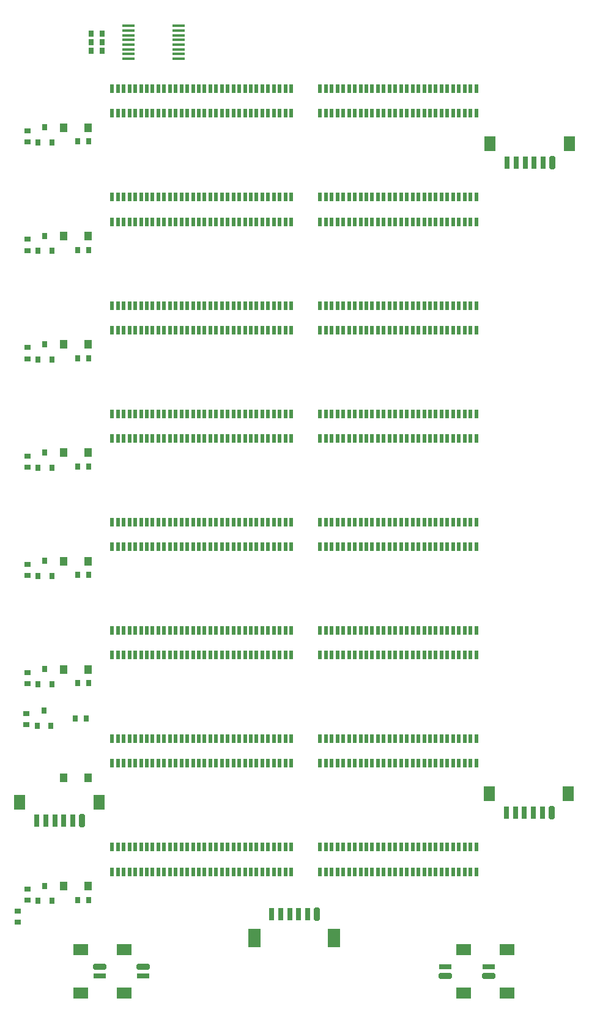
<source format=gtp>
G04*
G04 #@! TF.GenerationSoftware,Altium Limited,Altium Designer,19.1.6 (110)*
G04*
G04 Layer_Color=8421504*
%FSLAX25Y25*%
%MOIN*%
G70*
G01*
G75*
%ADD17R,0.01968X0.04724*%
%ADD18R,0.03200X0.02978*%
%ADD19R,0.02978X0.03200*%
%ADD20R,0.06500X0.01700*%
%ADD21R,0.07874X0.06299*%
G04:AMPARAMS|DCode=22|XSize=31.5mil|YSize=70.87mil|CornerRadius=7.87mil|HoleSize=0mil|Usage=FLASHONLY|Rotation=90.000|XOffset=0mil|YOffset=0mil|HoleType=Round|Shape=RoundedRectangle|*
%AMROUNDEDRECTD22*
21,1,0.03150,0.05512,0,0,90.0*
21,1,0.01575,0.07087,0,0,90.0*
1,1,0.01575,0.02756,0.00787*
1,1,0.01575,0.02756,-0.00787*
1,1,0.01575,-0.02756,-0.00787*
1,1,0.01575,-0.02756,0.00787*
%
%ADD22ROUNDEDRECTD22*%
%ADD23R,0.07087X0.03150*%
G04:AMPARAMS|DCode=24|XSize=31.5mil|YSize=70.87mil|CornerRadius=7.87mil|HoleSize=0mil|Usage=FLASHONLY|Rotation=180.000|XOffset=0mil|YOffset=0mil|HoleType=Round|Shape=RoundedRectangle|*
%AMROUNDEDRECTD24*
21,1,0.03150,0.05512,0,0,180.0*
21,1,0.01575,0.07087,0,0,180.0*
1,1,0.01575,-0.00787,0.02756*
1,1,0.01575,0.00787,0.02756*
1,1,0.01575,0.00787,-0.02756*
1,1,0.01575,-0.00787,-0.02756*
%
%ADD24ROUNDEDRECTD24*%
%ADD25R,0.03150X0.07087*%
%ADD26R,0.06299X0.07874*%
%ADD27R,0.07087X0.10236*%
%ADD28R,0.03937X0.04724*%
%ADD29R,0.03150X0.03543*%
D17*
X254725Y85433D02*
D03*
Y72047D02*
D03*
X251575Y85433D02*
D03*
Y72047D02*
D03*
X248426Y85433D02*
D03*
Y72047D02*
D03*
X245276Y85433D02*
D03*
Y72047D02*
D03*
X242126Y85433D02*
D03*
Y72047D02*
D03*
X238977Y85433D02*
D03*
Y72047D02*
D03*
X235827Y85433D02*
D03*
Y72047D02*
D03*
X232678Y85433D02*
D03*
Y72047D02*
D03*
X229528Y85433D02*
D03*
Y72047D02*
D03*
X226378Y85433D02*
D03*
Y72047D02*
D03*
X223229Y85433D02*
D03*
Y72047D02*
D03*
X220079Y85433D02*
D03*
Y72047D02*
D03*
X216930Y85433D02*
D03*
Y72047D02*
D03*
X213780Y85433D02*
D03*
Y72047D02*
D03*
X210630Y85433D02*
D03*
Y72047D02*
D03*
X207481Y85433D02*
D03*
Y72047D02*
D03*
X204331Y85433D02*
D03*
Y72047D02*
D03*
X201182Y85433D02*
D03*
Y72047D02*
D03*
X198032Y85433D02*
D03*
Y72047D02*
D03*
X194882Y85433D02*
D03*
Y72047D02*
D03*
X191733Y85433D02*
D03*
Y72047D02*
D03*
X188583Y85433D02*
D03*
Y72047D02*
D03*
X185433Y85433D02*
D03*
Y72047D02*
D03*
X182284Y85433D02*
D03*
Y72047D02*
D03*
X179134Y85433D02*
D03*
Y72047D02*
D03*
X175985Y85433D02*
D03*
Y72047D02*
D03*
X172835Y85433D02*
D03*
Y72047D02*
D03*
X169685Y85433D02*
D03*
Y72047D02*
D03*
X153937Y85433D02*
D03*
Y72047D02*
D03*
X150788Y85433D02*
D03*
Y72047D02*
D03*
X147638Y85433D02*
D03*
Y72047D02*
D03*
X144489Y85433D02*
D03*
Y72047D02*
D03*
X141339Y85433D02*
D03*
Y72047D02*
D03*
X138189Y85433D02*
D03*
Y72047D02*
D03*
X135040Y85433D02*
D03*
Y72047D02*
D03*
X131890Y85433D02*
D03*
Y72047D02*
D03*
X128741Y85433D02*
D03*
Y72047D02*
D03*
X125591Y85433D02*
D03*
Y72047D02*
D03*
X122441Y85433D02*
D03*
Y72047D02*
D03*
X119292Y85433D02*
D03*
Y72047D02*
D03*
X116142Y85433D02*
D03*
Y72047D02*
D03*
X112993Y85433D02*
D03*
Y72047D02*
D03*
X109843Y85433D02*
D03*
Y72047D02*
D03*
X106693Y85433D02*
D03*
Y72047D02*
D03*
X103544Y85433D02*
D03*
Y72047D02*
D03*
X100394Y85433D02*
D03*
Y72047D02*
D03*
X97245Y85433D02*
D03*
Y72047D02*
D03*
X94095Y85433D02*
D03*
Y72047D02*
D03*
X90945Y85433D02*
D03*
Y72047D02*
D03*
X87796Y85433D02*
D03*
Y72047D02*
D03*
X84646Y85433D02*
D03*
Y72047D02*
D03*
X81497Y85433D02*
D03*
Y72047D02*
D03*
X78347Y85433D02*
D03*
Y72047D02*
D03*
X75197Y85433D02*
D03*
Y72047D02*
D03*
X72048Y85433D02*
D03*
Y72047D02*
D03*
X68898Y85433D02*
D03*
Y72047D02*
D03*
X65748Y85433D02*
D03*
Y72047D02*
D03*
X62599Y85433D02*
D03*
Y72047D02*
D03*
X59449Y85433D02*
D03*
Y72047D02*
D03*
X56300Y85433D02*
D03*
Y72047D02*
D03*
X56300Y249213D02*
D03*
Y262598D02*
D03*
X59450Y249213D02*
D03*
Y262598D02*
D03*
X62599Y249213D02*
D03*
Y262598D02*
D03*
X65749Y249213D02*
D03*
Y262598D02*
D03*
X68898Y249213D02*
D03*
Y262598D02*
D03*
X72048Y249213D02*
D03*
Y262598D02*
D03*
X75198Y249213D02*
D03*
Y262598D02*
D03*
X78347Y249213D02*
D03*
Y262598D02*
D03*
X81497Y249213D02*
D03*
Y262598D02*
D03*
X84646Y249213D02*
D03*
Y262598D02*
D03*
X87796Y249213D02*
D03*
Y262598D02*
D03*
X90946Y249213D02*
D03*
Y262598D02*
D03*
X94095Y249213D02*
D03*
Y262598D02*
D03*
X97245Y249213D02*
D03*
Y262598D02*
D03*
X100394Y249213D02*
D03*
Y262598D02*
D03*
X103544Y249213D02*
D03*
Y262598D02*
D03*
X106694Y249213D02*
D03*
Y262598D02*
D03*
X109843Y249213D02*
D03*
Y262598D02*
D03*
X112993Y249213D02*
D03*
Y262598D02*
D03*
X116142Y249213D02*
D03*
Y262598D02*
D03*
X119292Y249213D02*
D03*
Y262598D02*
D03*
X122442Y249213D02*
D03*
Y262598D02*
D03*
X125591Y249213D02*
D03*
Y262598D02*
D03*
X128741Y249213D02*
D03*
Y262598D02*
D03*
X131890Y249213D02*
D03*
Y262598D02*
D03*
X135040Y249213D02*
D03*
Y262598D02*
D03*
X138190Y249213D02*
D03*
Y262598D02*
D03*
X141339Y249213D02*
D03*
Y262598D02*
D03*
X144489Y249213D02*
D03*
Y262598D02*
D03*
X147639Y249213D02*
D03*
Y262598D02*
D03*
X150788Y249213D02*
D03*
Y262598D02*
D03*
X153938Y249213D02*
D03*
Y262598D02*
D03*
X169686Y249213D02*
D03*
Y262598D02*
D03*
X172835Y249213D02*
D03*
Y262598D02*
D03*
X175985Y249213D02*
D03*
Y262598D02*
D03*
X179135Y249213D02*
D03*
Y262598D02*
D03*
X182284Y249213D02*
D03*
Y262598D02*
D03*
X185434Y249213D02*
D03*
Y262598D02*
D03*
X188583Y249213D02*
D03*
Y262598D02*
D03*
X191733Y249213D02*
D03*
Y262598D02*
D03*
X194883Y249213D02*
D03*
Y262598D02*
D03*
X198032Y249213D02*
D03*
Y262598D02*
D03*
X201182Y249213D02*
D03*
Y262598D02*
D03*
X204331Y249213D02*
D03*
Y262598D02*
D03*
X207481Y249213D02*
D03*
Y262598D02*
D03*
X210631Y249213D02*
D03*
Y262598D02*
D03*
X213780Y249213D02*
D03*
Y262598D02*
D03*
X216930Y249213D02*
D03*
Y262598D02*
D03*
X220079Y249213D02*
D03*
Y262598D02*
D03*
X223229Y249213D02*
D03*
Y262598D02*
D03*
X226379Y249213D02*
D03*
Y262598D02*
D03*
X229528Y249213D02*
D03*
Y262598D02*
D03*
X232678Y249213D02*
D03*
Y262598D02*
D03*
X235828Y249213D02*
D03*
Y262598D02*
D03*
X238977Y249213D02*
D03*
Y262598D02*
D03*
X242127Y249213D02*
D03*
Y262598D02*
D03*
X245276Y249213D02*
D03*
Y262598D02*
D03*
X248426Y249213D02*
D03*
Y262598D02*
D03*
X251576Y249213D02*
D03*
Y262598D02*
D03*
X254725Y249213D02*
D03*
Y262598D02*
D03*
X254725Y321654D02*
D03*
Y308268D02*
D03*
X251575Y321654D02*
D03*
Y308268D02*
D03*
X248426Y321654D02*
D03*
Y308268D02*
D03*
X245276Y321654D02*
D03*
Y308268D02*
D03*
X242126Y321654D02*
D03*
Y308268D02*
D03*
X238977Y321654D02*
D03*
Y308268D02*
D03*
X235827Y321654D02*
D03*
Y308268D02*
D03*
X232678Y321654D02*
D03*
Y308268D02*
D03*
X229528Y321654D02*
D03*
Y308268D02*
D03*
X226378Y321654D02*
D03*
Y308268D02*
D03*
X223229Y321654D02*
D03*
Y308268D02*
D03*
X220079Y321654D02*
D03*
Y308268D02*
D03*
X216930Y321654D02*
D03*
Y308268D02*
D03*
X213780Y321654D02*
D03*
Y308268D02*
D03*
X210630Y321654D02*
D03*
Y308268D02*
D03*
X207481Y321654D02*
D03*
Y308268D02*
D03*
X204331Y321654D02*
D03*
Y308268D02*
D03*
X201182Y321654D02*
D03*
Y308268D02*
D03*
X198032Y321654D02*
D03*
Y308268D02*
D03*
X194882Y321654D02*
D03*
Y308268D02*
D03*
X191733Y321654D02*
D03*
Y308268D02*
D03*
X188583Y321654D02*
D03*
Y308268D02*
D03*
X185433Y321654D02*
D03*
Y308268D02*
D03*
X182284Y321654D02*
D03*
Y308268D02*
D03*
X179134Y321654D02*
D03*
Y308268D02*
D03*
X175985Y321654D02*
D03*
Y308268D02*
D03*
X172835Y321654D02*
D03*
Y308268D02*
D03*
X169685Y321654D02*
D03*
Y308268D02*
D03*
X153937Y321654D02*
D03*
Y308268D02*
D03*
X150788Y321654D02*
D03*
Y308268D02*
D03*
X147638Y321654D02*
D03*
Y308268D02*
D03*
X144489Y321654D02*
D03*
Y308268D02*
D03*
X141339Y321654D02*
D03*
Y308268D02*
D03*
X138189Y321654D02*
D03*
Y308268D02*
D03*
X135040Y321654D02*
D03*
Y308268D02*
D03*
X131890Y321654D02*
D03*
Y308268D02*
D03*
X128741Y321654D02*
D03*
Y308268D02*
D03*
X125591Y321654D02*
D03*
Y308268D02*
D03*
X122441Y321654D02*
D03*
Y308268D02*
D03*
X119292Y321654D02*
D03*
Y308268D02*
D03*
X116142Y321654D02*
D03*
Y308268D02*
D03*
X112993Y321654D02*
D03*
Y308268D02*
D03*
X109843Y321654D02*
D03*
Y308268D02*
D03*
X106693Y321654D02*
D03*
Y308268D02*
D03*
X103544Y321654D02*
D03*
Y308268D02*
D03*
X100394Y321654D02*
D03*
Y308268D02*
D03*
X97245Y321654D02*
D03*
Y308268D02*
D03*
X94095Y321654D02*
D03*
Y308268D02*
D03*
X90945Y321654D02*
D03*
Y308268D02*
D03*
X87796Y321654D02*
D03*
Y308268D02*
D03*
X84646Y321654D02*
D03*
Y308268D02*
D03*
X81497Y321654D02*
D03*
Y308268D02*
D03*
X78347Y321654D02*
D03*
Y308268D02*
D03*
X75197Y321654D02*
D03*
Y308268D02*
D03*
X72048Y321654D02*
D03*
Y308268D02*
D03*
X68898Y321654D02*
D03*
Y308268D02*
D03*
X65748Y321654D02*
D03*
Y308268D02*
D03*
X62599Y321654D02*
D03*
Y308268D02*
D03*
X59449Y321654D02*
D03*
Y308268D02*
D03*
X56300Y321654D02*
D03*
Y308268D02*
D03*
X56299Y367320D02*
D03*
Y380706D02*
D03*
X59448Y367320D02*
D03*
Y380706D02*
D03*
X62598Y367320D02*
D03*
Y380706D02*
D03*
X65748Y367320D02*
D03*
Y380706D02*
D03*
X68897Y367320D02*
D03*
Y380706D02*
D03*
X72047Y367320D02*
D03*
Y380706D02*
D03*
X75196Y367320D02*
D03*
Y380706D02*
D03*
X78346Y367320D02*
D03*
Y380706D02*
D03*
X81496Y367320D02*
D03*
Y380706D02*
D03*
X84645Y367320D02*
D03*
Y380706D02*
D03*
X87795Y367320D02*
D03*
Y380706D02*
D03*
X90944Y367320D02*
D03*
Y380706D02*
D03*
X94094Y367320D02*
D03*
Y380706D02*
D03*
X97244Y367320D02*
D03*
Y380706D02*
D03*
X100393Y367320D02*
D03*
Y380706D02*
D03*
X103543Y367320D02*
D03*
Y380706D02*
D03*
X106693Y367320D02*
D03*
Y380706D02*
D03*
X109842Y367320D02*
D03*
Y380706D02*
D03*
X112992Y367320D02*
D03*
Y380706D02*
D03*
X116141Y367320D02*
D03*
Y380706D02*
D03*
X119291Y367320D02*
D03*
Y380706D02*
D03*
X122441Y367320D02*
D03*
Y380706D02*
D03*
X125590Y367320D02*
D03*
Y380706D02*
D03*
X128740Y367320D02*
D03*
Y380706D02*
D03*
X131889Y367320D02*
D03*
Y380706D02*
D03*
X135039Y367320D02*
D03*
Y380706D02*
D03*
X138189Y367320D02*
D03*
Y380706D02*
D03*
X141338Y367320D02*
D03*
Y380706D02*
D03*
X144488Y367320D02*
D03*
Y380706D02*
D03*
X147637Y367320D02*
D03*
Y380706D02*
D03*
X150787Y367320D02*
D03*
Y380706D02*
D03*
X153937Y367320D02*
D03*
Y380706D02*
D03*
X169685Y367320D02*
D03*
Y380706D02*
D03*
X172834Y367320D02*
D03*
Y380706D02*
D03*
X175984Y367320D02*
D03*
Y380706D02*
D03*
X179133Y367320D02*
D03*
Y380706D02*
D03*
X182283Y367320D02*
D03*
Y380706D02*
D03*
X185433Y367320D02*
D03*
Y380706D02*
D03*
X188582Y367320D02*
D03*
Y380706D02*
D03*
X191732Y367320D02*
D03*
Y380706D02*
D03*
X194881Y367320D02*
D03*
Y380706D02*
D03*
X198031Y367320D02*
D03*
Y380706D02*
D03*
X201181Y367320D02*
D03*
Y380706D02*
D03*
X204330Y367320D02*
D03*
Y380706D02*
D03*
X207480Y367320D02*
D03*
Y380706D02*
D03*
X210630Y367320D02*
D03*
Y380706D02*
D03*
X213779Y367320D02*
D03*
Y380706D02*
D03*
X216929Y367320D02*
D03*
Y380706D02*
D03*
X220078Y367320D02*
D03*
Y380706D02*
D03*
X223228Y367320D02*
D03*
Y380706D02*
D03*
X226378Y367320D02*
D03*
Y380706D02*
D03*
X229527Y367320D02*
D03*
Y380706D02*
D03*
X232677Y367320D02*
D03*
Y380706D02*
D03*
X235826Y367320D02*
D03*
Y380706D02*
D03*
X238976Y367320D02*
D03*
Y380706D02*
D03*
X242126Y367320D02*
D03*
Y380706D02*
D03*
X245275Y367320D02*
D03*
Y380706D02*
D03*
X248425Y367320D02*
D03*
Y380706D02*
D03*
X251574Y367320D02*
D03*
Y380706D02*
D03*
X254724Y367320D02*
D03*
Y380706D02*
D03*
Y439761D02*
D03*
Y426375D02*
D03*
X251574Y439761D02*
D03*
Y426375D02*
D03*
X248425Y439761D02*
D03*
Y426375D02*
D03*
X245275Y439761D02*
D03*
Y426375D02*
D03*
X242126Y439761D02*
D03*
Y426375D02*
D03*
X238976Y439761D02*
D03*
Y426375D02*
D03*
X235826Y439761D02*
D03*
Y426375D02*
D03*
X232677Y439761D02*
D03*
Y426375D02*
D03*
X229527Y439761D02*
D03*
Y426375D02*
D03*
X226378Y439761D02*
D03*
Y426375D02*
D03*
X223228Y439761D02*
D03*
Y426375D02*
D03*
X220078Y439761D02*
D03*
Y426375D02*
D03*
X216929Y439761D02*
D03*
Y426375D02*
D03*
X213779Y439761D02*
D03*
Y426375D02*
D03*
X210630Y439761D02*
D03*
Y426375D02*
D03*
X207480Y439761D02*
D03*
Y426375D02*
D03*
X204330Y439761D02*
D03*
Y426375D02*
D03*
X201181Y439761D02*
D03*
Y426375D02*
D03*
X198031Y439761D02*
D03*
Y426375D02*
D03*
X194881Y439761D02*
D03*
Y426375D02*
D03*
X191732Y439761D02*
D03*
Y426375D02*
D03*
X188582Y439761D02*
D03*
Y426375D02*
D03*
X185433Y439761D02*
D03*
Y426375D02*
D03*
X182283Y439761D02*
D03*
Y426375D02*
D03*
X179133Y439761D02*
D03*
Y426375D02*
D03*
X175984Y439761D02*
D03*
Y426375D02*
D03*
X172834Y439761D02*
D03*
Y426375D02*
D03*
X169685Y439761D02*
D03*
Y426375D02*
D03*
X153937Y439761D02*
D03*
Y426375D02*
D03*
X150787Y439761D02*
D03*
Y426375D02*
D03*
X147637Y439761D02*
D03*
Y426375D02*
D03*
X144488Y439761D02*
D03*
Y426375D02*
D03*
X141338Y439761D02*
D03*
Y426375D02*
D03*
X138189Y439761D02*
D03*
Y426375D02*
D03*
X135039Y439761D02*
D03*
Y426375D02*
D03*
X131889Y439761D02*
D03*
Y426375D02*
D03*
X128740Y439761D02*
D03*
Y426375D02*
D03*
X125590Y439761D02*
D03*
Y426375D02*
D03*
X122441Y439761D02*
D03*
Y426375D02*
D03*
X119291Y439761D02*
D03*
Y426375D02*
D03*
X116141Y439761D02*
D03*
Y426375D02*
D03*
X112992Y439761D02*
D03*
Y426375D02*
D03*
X109842Y439761D02*
D03*
Y426375D02*
D03*
X106693Y439761D02*
D03*
Y426375D02*
D03*
X103543Y439761D02*
D03*
Y426375D02*
D03*
X100393Y439761D02*
D03*
Y426375D02*
D03*
X97244Y439761D02*
D03*
Y426375D02*
D03*
X94094Y439761D02*
D03*
Y426375D02*
D03*
X90944Y439761D02*
D03*
Y426375D02*
D03*
X87795Y439761D02*
D03*
Y426375D02*
D03*
X84645Y439761D02*
D03*
Y426375D02*
D03*
X81496Y439761D02*
D03*
Y426375D02*
D03*
X78346Y439761D02*
D03*
Y426375D02*
D03*
X75196Y439761D02*
D03*
Y426375D02*
D03*
X72047Y439761D02*
D03*
Y426375D02*
D03*
X68897Y439761D02*
D03*
Y426375D02*
D03*
X65748Y439761D02*
D03*
Y426375D02*
D03*
X62598Y439761D02*
D03*
Y426375D02*
D03*
X59448Y439761D02*
D03*
Y426375D02*
D03*
X56299Y439761D02*
D03*
Y426375D02*
D03*
Y485431D02*
D03*
Y498816D02*
D03*
X59448Y485431D02*
D03*
Y498816D02*
D03*
X62598Y485431D02*
D03*
Y498816D02*
D03*
X65748Y485431D02*
D03*
Y498816D02*
D03*
X68897Y485431D02*
D03*
Y498816D02*
D03*
X72047Y485431D02*
D03*
Y498816D02*
D03*
X75196Y485431D02*
D03*
Y498816D02*
D03*
X78346Y485431D02*
D03*
Y498816D02*
D03*
X81496Y485431D02*
D03*
Y498816D02*
D03*
X84645Y485431D02*
D03*
Y498816D02*
D03*
X87795Y485431D02*
D03*
Y498816D02*
D03*
X90944Y485431D02*
D03*
Y498816D02*
D03*
X94094Y485431D02*
D03*
Y498816D02*
D03*
X97244Y485431D02*
D03*
Y498816D02*
D03*
X100393Y485431D02*
D03*
Y498816D02*
D03*
X103543Y485431D02*
D03*
Y498816D02*
D03*
X106693Y485431D02*
D03*
Y498816D02*
D03*
X109842Y485431D02*
D03*
Y498816D02*
D03*
X112992Y485431D02*
D03*
Y498816D02*
D03*
X116141Y485431D02*
D03*
Y498816D02*
D03*
X119291Y485431D02*
D03*
Y498816D02*
D03*
X122441Y485431D02*
D03*
Y498816D02*
D03*
X125590Y485431D02*
D03*
Y498816D02*
D03*
X128740Y485431D02*
D03*
Y498816D02*
D03*
X131889Y485431D02*
D03*
Y498816D02*
D03*
X135039Y485431D02*
D03*
Y498816D02*
D03*
X138189Y485431D02*
D03*
Y498816D02*
D03*
X141338Y485431D02*
D03*
Y498816D02*
D03*
X144488Y485431D02*
D03*
Y498816D02*
D03*
X147637Y485431D02*
D03*
Y498816D02*
D03*
X150787Y485431D02*
D03*
Y498816D02*
D03*
X153937Y485431D02*
D03*
Y498816D02*
D03*
X169685Y485431D02*
D03*
Y498816D02*
D03*
X172834Y485431D02*
D03*
Y498816D02*
D03*
X175984Y485431D02*
D03*
Y498816D02*
D03*
X179133Y485431D02*
D03*
Y498816D02*
D03*
X182283Y485431D02*
D03*
Y498816D02*
D03*
X185433Y485431D02*
D03*
Y498816D02*
D03*
X188582Y485431D02*
D03*
Y498816D02*
D03*
X191732Y485431D02*
D03*
Y498816D02*
D03*
X194881Y485431D02*
D03*
Y498816D02*
D03*
X198031Y485431D02*
D03*
Y498816D02*
D03*
X201181Y485431D02*
D03*
Y498816D02*
D03*
X204330Y485431D02*
D03*
Y498816D02*
D03*
X207480Y485431D02*
D03*
Y498816D02*
D03*
X210630Y485431D02*
D03*
Y498816D02*
D03*
X213779Y485431D02*
D03*
Y498816D02*
D03*
X216929Y485431D02*
D03*
Y498816D02*
D03*
X220078Y485431D02*
D03*
Y498816D02*
D03*
X223228Y485431D02*
D03*
Y498816D02*
D03*
X226378Y485431D02*
D03*
Y498816D02*
D03*
X229527Y485431D02*
D03*
Y498816D02*
D03*
X232677Y485431D02*
D03*
Y498816D02*
D03*
X235826Y485431D02*
D03*
Y498816D02*
D03*
X238976Y485431D02*
D03*
Y498816D02*
D03*
X242126Y485431D02*
D03*
Y498816D02*
D03*
X245275Y485431D02*
D03*
Y498816D02*
D03*
X248425Y485431D02*
D03*
Y498816D02*
D03*
X251574Y485431D02*
D03*
Y498816D02*
D03*
X254724Y485431D02*
D03*
Y498816D02*
D03*
X254724Y203542D02*
D03*
Y190156D02*
D03*
X251574Y203542D02*
D03*
Y190156D02*
D03*
X248424Y203542D02*
D03*
Y190156D02*
D03*
X245275Y203542D02*
D03*
Y190156D02*
D03*
X242125Y203542D02*
D03*
Y190156D02*
D03*
X238976Y203542D02*
D03*
Y190156D02*
D03*
X235826Y203542D02*
D03*
Y190156D02*
D03*
X232676Y203542D02*
D03*
Y190156D02*
D03*
X229527Y203542D02*
D03*
Y190156D02*
D03*
X226377Y203542D02*
D03*
Y190156D02*
D03*
X223227Y203542D02*
D03*
Y190156D02*
D03*
X220078Y203542D02*
D03*
Y190156D02*
D03*
X216928Y203542D02*
D03*
Y190156D02*
D03*
X213779Y203542D02*
D03*
Y190156D02*
D03*
X210629Y203542D02*
D03*
Y190156D02*
D03*
X207479Y203542D02*
D03*
Y190156D02*
D03*
X204330Y203542D02*
D03*
Y190156D02*
D03*
X201180Y203542D02*
D03*
Y190156D02*
D03*
X198031Y203542D02*
D03*
Y190156D02*
D03*
X194881Y203542D02*
D03*
Y190156D02*
D03*
X191731Y203542D02*
D03*
Y190156D02*
D03*
X188582Y203542D02*
D03*
Y190156D02*
D03*
X185432Y203542D02*
D03*
Y190156D02*
D03*
X182283Y203542D02*
D03*
Y190156D02*
D03*
X179133Y203542D02*
D03*
Y190156D02*
D03*
X175983Y203542D02*
D03*
Y190156D02*
D03*
X172834Y203542D02*
D03*
Y190156D02*
D03*
X169684Y203542D02*
D03*
Y190156D02*
D03*
X153936Y203542D02*
D03*
Y190156D02*
D03*
X150786Y203542D02*
D03*
Y190156D02*
D03*
X147637Y203542D02*
D03*
Y190156D02*
D03*
X144487Y203542D02*
D03*
Y190156D02*
D03*
X141338Y203542D02*
D03*
Y190156D02*
D03*
X138188Y203542D02*
D03*
Y190156D02*
D03*
X135038Y203542D02*
D03*
Y190156D02*
D03*
X131889Y203542D02*
D03*
Y190156D02*
D03*
X128739Y203542D02*
D03*
Y190156D02*
D03*
X125590Y203542D02*
D03*
Y190156D02*
D03*
X122440Y203542D02*
D03*
Y190156D02*
D03*
X119290Y203542D02*
D03*
Y190156D02*
D03*
X116141Y203542D02*
D03*
Y190156D02*
D03*
X112991Y203542D02*
D03*
Y190156D02*
D03*
X109842Y203542D02*
D03*
Y190156D02*
D03*
X106692Y203542D02*
D03*
Y190156D02*
D03*
X103542Y203542D02*
D03*
Y190156D02*
D03*
X100393Y203542D02*
D03*
Y190156D02*
D03*
X97243Y203542D02*
D03*
Y190156D02*
D03*
X94094Y203542D02*
D03*
Y190156D02*
D03*
X90944Y203542D02*
D03*
Y190156D02*
D03*
X87794Y203542D02*
D03*
Y190156D02*
D03*
X84645Y203542D02*
D03*
Y190156D02*
D03*
X81495Y203542D02*
D03*
Y190156D02*
D03*
X78346Y203542D02*
D03*
Y190156D02*
D03*
X75196Y203542D02*
D03*
Y190156D02*
D03*
X72046Y203542D02*
D03*
Y190156D02*
D03*
X68897Y203542D02*
D03*
Y190156D02*
D03*
X65747Y203542D02*
D03*
Y190156D02*
D03*
X62598Y203542D02*
D03*
Y190156D02*
D03*
X59448Y203542D02*
D03*
Y190156D02*
D03*
X56298Y203542D02*
D03*
Y190156D02*
D03*
X56300Y131102D02*
D03*
Y144488D02*
D03*
X59450Y131102D02*
D03*
Y144488D02*
D03*
X62599Y131102D02*
D03*
Y144488D02*
D03*
X65749Y131102D02*
D03*
Y144488D02*
D03*
X68898Y131102D02*
D03*
Y144488D02*
D03*
X72048Y131102D02*
D03*
Y144488D02*
D03*
X75198Y131102D02*
D03*
Y144488D02*
D03*
X78347Y131102D02*
D03*
Y144488D02*
D03*
X81497Y131102D02*
D03*
Y144488D02*
D03*
X84646Y131102D02*
D03*
Y144488D02*
D03*
X87796Y131102D02*
D03*
Y144488D02*
D03*
X90946Y131102D02*
D03*
Y144488D02*
D03*
X94095Y131102D02*
D03*
Y144488D02*
D03*
X97245Y131102D02*
D03*
Y144488D02*
D03*
X100394Y131102D02*
D03*
Y144488D02*
D03*
X103544Y131102D02*
D03*
Y144488D02*
D03*
X106694Y131102D02*
D03*
Y144488D02*
D03*
X109843Y131102D02*
D03*
Y144488D02*
D03*
X112993Y131102D02*
D03*
Y144488D02*
D03*
X116142Y131102D02*
D03*
Y144488D02*
D03*
X119292Y131102D02*
D03*
Y144488D02*
D03*
X122442Y131102D02*
D03*
Y144488D02*
D03*
X125591Y131102D02*
D03*
Y144488D02*
D03*
X128741Y131102D02*
D03*
Y144488D02*
D03*
X131890Y131102D02*
D03*
Y144488D02*
D03*
X135040Y131102D02*
D03*
Y144488D02*
D03*
X138190Y131102D02*
D03*
Y144488D02*
D03*
X141339Y131102D02*
D03*
Y144488D02*
D03*
X144489Y131102D02*
D03*
Y144488D02*
D03*
X147639Y131102D02*
D03*
Y144488D02*
D03*
X150788Y131102D02*
D03*
Y144488D02*
D03*
X153938Y131102D02*
D03*
Y144488D02*
D03*
X169686Y131102D02*
D03*
Y144488D02*
D03*
X172835Y131102D02*
D03*
Y144488D02*
D03*
X175985Y131102D02*
D03*
Y144488D02*
D03*
X179135Y131102D02*
D03*
Y144488D02*
D03*
X182284Y131102D02*
D03*
Y144488D02*
D03*
X185434Y131102D02*
D03*
Y144488D02*
D03*
X188583Y131102D02*
D03*
Y144488D02*
D03*
X191733Y131102D02*
D03*
Y144488D02*
D03*
X194883Y131102D02*
D03*
Y144488D02*
D03*
X198032Y131102D02*
D03*
Y144488D02*
D03*
X201182Y131102D02*
D03*
Y144488D02*
D03*
X204331Y131102D02*
D03*
Y144488D02*
D03*
X207481Y131102D02*
D03*
Y144488D02*
D03*
X210631Y131102D02*
D03*
Y144488D02*
D03*
X213780Y131102D02*
D03*
Y144488D02*
D03*
X216930Y131102D02*
D03*
Y144488D02*
D03*
X220079Y131102D02*
D03*
Y144488D02*
D03*
X223229Y131102D02*
D03*
Y144488D02*
D03*
X226379Y131102D02*
D03*
Y144488D02*
D03*
X229528Y131102D02*
D03*
Y144488D02*
D03*
X232678Y131102D02*
D03*
Y144488D02*
D03*
X235828Y131102D02*
D03*
Y144488D02*
D03*
X238977Y131102D02*
D03*
Y144488D02*
D03*
X242127Y131102D02*
D03*
Y144488D02*
D03*
X245276Y131102D02*
D03*
Y144488D02*
D03*
X248426Y131102D02*
D03*
Y144488D02*
D03*
X251576Y131102D02*
D03*
Y144488D02*
D03*
X254725Y131102D02*
D03*
Y144488D02*
D03*
D18*
X5020Y50677D02*
D03*
Y44599D02*
D03*
X10236Y56410D02*
D03*
Y62488D02*
D03*
X9547Y158256D02*
D03*
Y152178D02*
D03*
X10237Y174520D02*
D03*
Y180598D02*
D03*
Y239653D02*
D03*
Y233575D02*
D03*
X10236Y292630D02*
D03*
Y298708D02*
D03*
X10235Y357761D02*
D03*
Y351683D02*
D03*
Y410738D02*
D03*
Y416816D02*
D03*
Y475871D02*
D03*
Y469793D02*
D03*
D19*
X37512Y56693D02*
D03*
X43590D02*
D03*
X42212Y155413D02*
D03*
X36134D02*
D03*
X37513Y174803D02*
D03*
X43591D02*
D03*
Y233858D02*
D03*
X37513D02*
D03*
X37512Y292913D02*
D03*
X43590D02*
D03*
X43589Y351966D02*
D03*
X37511D02*
D03*
Y411021D02*
D03*
X43589D02*
D03*
Y470076D02*
D03*
X37511D02*
D03*
X50972Y519587D02*
D03*
X44894D02*
D03*
X50972Y524311D02*
D03*
X44894D02*
D03*
X44894Y528839D02*
D03*
X50972D02*
D03*
D20*
X65139Y533169D02*
D03*
Y530610D02*
D03*
Y528051D02*
D03*
Y525492D02*
D03*
Y522933D02*
D03*
Y520374D02*
D03*
Y517815D02*
D03*
Y515256D02*
D03*
X92539D02*
D03*
Y517815D02*
D03*
Y520374D02*
D03*
Y522933D02*
D03*
Y525492D02*
D03*
Y528051D02*
D03*
Y530610D02*
D03*
Y533169D02*
D03*
D21*
X248031Y6004D02*
D03*
Y29429D02*
D03*
X271654D02*
D03*
Y6004D02*
D03*
X62992Y29429D02*
D03*
Y6004D02*
D03*
X39370D02*
D03*
Y29429D02*
D03*
D22*
X237795Y15256D02*
D03*
X261417D02*
D03*
X73228Y20177D02*
D03*
X49606D02*
D03*
D23*
X237795D02*
D03*
X261417D02*
D03*
X73228Y15256D02*
D03*
X49606D02*
D03*
D24*
X39862Y99803D02*
D03*
X296161Y458661D02*
D03*
X295768Y104331D02*
D03*
X167815Y48819D02*
D03*
D25*
X15256Y99803D02*
D03*
X25098D02*
D03*
X30020D02*
D03*
X20177D02*
D03*
X34941D02*
D03*
X291240Y458661D02*
D03*
X276476D02*
D03*
X286319D02*
D03*
X281398D02*
D03*
X271555D02*
D03*
X271161Y104331D02*
D03*
X281004D02*
D03*
X285925D02*
D03*
X276083D02*
D03*
X290846D02*
D03*
X143209Y48819D02*
D03*
X157972D02*
D03*
X153051D02*
D03*
X162894D02*
D03*
X148130D02*
D03*
D26*
X6004Y110039D02*
D03*
X49114D02*
D03*
X305413Y468898D02*
D03*
X262303D02*
D03*
X261910Y114567D02*
D03*
X305020D02*
D03*
D27*
X177067Y35827D02*
D03*
X133957D02*
D03*
D28*
X43189Y64213D02*
D03*
X29803D02*
D03*
X29804Y123268D02*
D03*
X43190D02*
D03*
Y182323D02*
D03*
X29804D02*
D03*
Y241378D02*
D03*
X43190D02*
D03*
X43189Y300433D02*
D03*
X29803D02*
D03*
X29803Y359486D02*
D03*
X43189D02*
D03*
Y418541D02*
D03*
X29803D02*
D03*
Y477596D02*
D03*
X43189D02*
D03*
D29*
X19684Y477753D02*
D03*
X23424Y469486D02*
D03*
X15944D02*
D03*
X19684Y418698D02*
D03*
X23424Y410431D02*
D03*
X15944D02*
D03*
X19684Y359643D02*
D03*
X23424Y351376D02*
D03*
X15944D02*
D03*
X19685Y300591D02*
D03*
X23425Y292323D02*
D03*
X15945D02*
D03*
X19685Y241535D02*
D03*
X23426Y233268D02*
D03*
X15945D02*
D03*
X19685Y182480D02*
D03*
X23426Y174213D02*
D03*
X15945D02*
D03*
X19291Y159941D02*
D03*
X23031Y151673D02*
D03*
X15551D02*
D03*
X15945Y56102D02*
D03*
X23425D02*
D03*
X19685Y64370D02*
D03*
M02*

</source>
